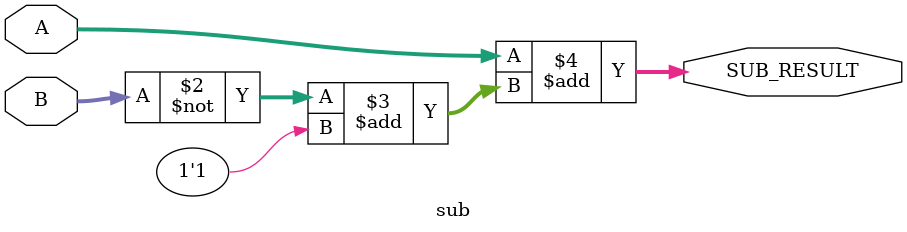
<source format=sv>
module sub(input logic [5:0] A, input logic [5:0] B, output logic [5:0] SUB_RESULT);
	always_comb 
	begin 
		SUB_RESULT= A + (~(B) + 1'b1); //A - B = A + two's complement B 
	end
endmodule 
</source>
